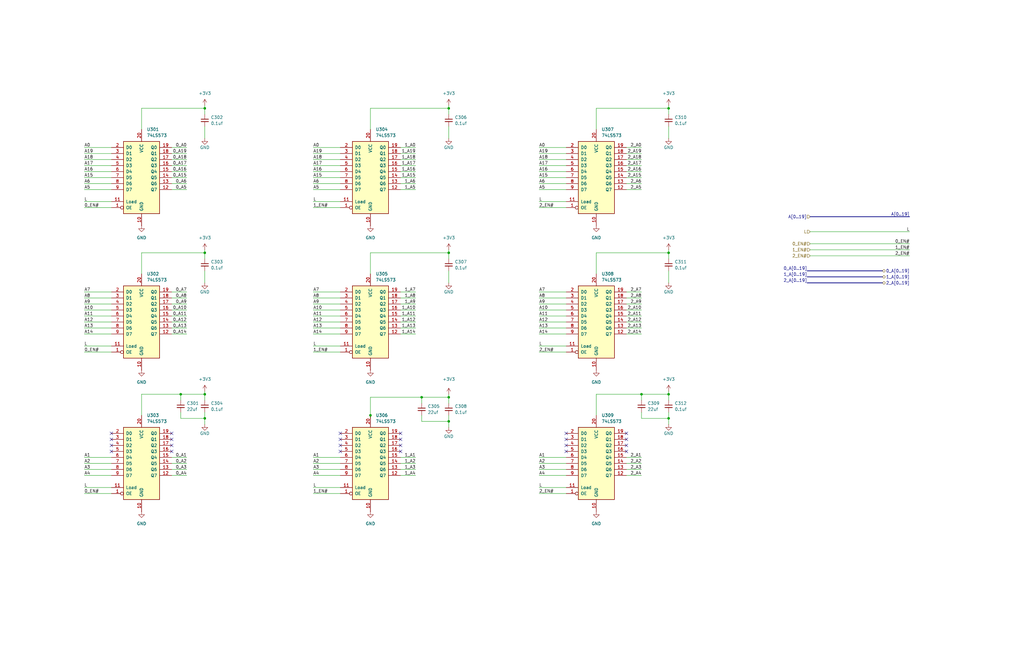
<source format=kicad_sch>
(kicad_sch (version 20231120) (generator "eeschema") (generator_version "8.0")
  (paper "USLedger")
  (lib_symbols
    (symbol "74xx:74LS573" (pin_names (offset 1.016))
      (property "Reference" "U" (at -7.62 16.51 0))
      (property "Value" "74LS573" (at -7.62 -16.51 0))
      (symbol "74LS573_1_0"
        (pin input inverted (at -12.7 -12.7 0) (length 5.08) (name "OE") (number "1"))
        (pin power_in line (at 0 -20.32 90) (length 5.08) (name "GND") (number "10"))
        (pin input line (at -12.7 -10.16 0) (length 5.08) (name "Load") (number "11"))
        (pin tri_state line (at 12.7 -5.08 180) (length 5.08) (name "Q7") (number "12"))
        (pin tri_state line (at 12.7 -2.54 180) (length 5.08) (name "Q6") (number "13"))
        (pin tri_state line (at 12.7 0 180) (length 5.08) (name "Q5") (number "14"))
        (pin tri_state line (at 12.7 2.54 180) (length 5.08) (name "Q4") (number "15"))
        (pin tri_state line (at 12.7 5.08 180) (length 5.08) (name "Q3") (number "16"))
        (pin tri_state line (at 12.7 7.62 180) (length 5.08) (name "Q2") (number "17"))
        (pin tri_state line (at 12.7 10.16 180) (length 5.08) (name "Q1") (number "18"))
        (pin tri_state line (at 12.7 12.7 180) (length 5.08) (name "Q0") (number "19"))
        (pin input line (at -12.7 12.7 0) (length 5.08) (name "D0") (number "2"))
        (pin power_in line (at 0 20.32 270) (length 5.08) (name "VCC") (number "20"))
        (pin input line (at -12.7 10.16 0) (length 5.08) (name "D1") (number "3"))
        (pin input line (at -12.7 7.62 0) (length 5.08) (name "D2") (number "4"))
        (pin input line (at -12.7 5.08 0) (length 5.08) (name "D3") (number "5"))
        (pin input line (at -12.7 2.54 0) (length 5.08) (name "D4") (number "6"))
        (pin input line (at -12.7 0 0) (length 5.08) (name "D5") (number "7"))
        (pin input line (at -12.7 -2.54 0) (length 5.08) (name "D6") (number "8"))
        (pin input line (at -12.7 -5.08 0) (length 5.08) (name "D7") (number "9"))
      )
      (symbol "74LS573_1_1"
        (rectangle (start -7.62 15.24) (end 7.62 -15.24) (stroke (width 0.254)) (fill (type background)))
      )
    )
    (symbol "Device:C_Small" (pin_numbers hide) (pin_names (offset 0.254) hide)
      (property "Reference" "C" (at 0.254 1.778 0))
      (property "Value" "C_Small" (at 0.254 -2.032 0))
      (symbol "C_Small_0_1"
        (polyline (pts (xy -1.524 -0.508) (xy 1.524 -0.508)) (stroke (width 0.3302)))
        (polyline (pts (xy -1.524 0.508) (xy 1.524 0.508)) (stroke (width 0.3048)))
      )
      (symbol "C_Small_1_1"
        (pin passive line (at 0 2.54 270) (length 2.032) (name "~") (number "1"))
        (pin passive line (at 0 -2.54 90) (length 2.032) (name "~") (number "2"))
      )
    )
    (symbol "power:+3V3" (power) (pin_numbers hide) (pin_names (offset 0) hide)
      (property "Value" "+3V3" (at 0 3.556 0))
      (symbol "+3V3_0_1"
        (polyline (pts (xy -0.762 1.27) (xy 0 2.54)))
        (polyline (pts (xy 0 0) (xy 0 2.54)))
        (polyline (pts (xy 0 2.54) (xy 0.762 1.27)))
      )
      (symbol "+3V3_1_1"
        (pin power_in line (at 0 0 90) (length 0) (name "~") (number "1"))
      )
    )
    (symbol "power:GND" (power) (pin_numbers hide) (pin_names (offset 0) hide)
      (property "Value" "GND" (at 0 -3.81 0))
      (symbol "GND_0_1"
        (polyline (pts (xy 0 0) (xy 0 -1.27) (xy 1.27 -1.27) (xy 0 -2.54) (xy -1.27 -1.27) (xy 0 -1.27)))
      )
      (symbol "GND_1_1"
        (pin power_in line (at 0 0 270) (length 0) (name "~") (number "1"))
      )
    )
  )
  (junction (at 86.36 45.72))
  (junction (at 281.94 106.68))
  (junction (at 86.36 166.37))
  (junction (at 281.94 166.37))
  (junction (at 86.36 176.53))
  (junction (at 281.94 176.53))
  (junction (at 86.36 106.68))
  (junction (at 189.23 45.72))
  (junction (at 177.8 167.64))
  (junction (at 189.23 167.64))
  (junction (at 76.2 166.37))
  (junction (at 156.21 175.26))
  (junction (at 189.23 177.8))
  (junction (at 270.51 166.37))
  (junction (at 281.94 45.72))
  (junction (at 189.23 106.68))
  (no_connect (at 72.39 185.42))
  (no_connect (at 46.99 187.96))
  (no_connect (at 46.99 190.5))
  (no_connect (at 238.76 182.88))
  (no_connect (at 143.51 187.96))
  (no_connect (at 46.99 182.88))
  (no_connect (at 46.99 185.42))
  (no_connect (at 238.76 187.96))
  (no_connect (at 143.51 182.88))
  (no_connect (at 168.91 187.96))
  (no_connect (at 238.76 190.5))
  (no_connect (at 264.16 190.5))
  (no_connect (at 264.16 182.88))
  (no_connect (at 72.39 190.5))
  (no_connect (at 264.16 185.42))
  (no_connect (at 264.16 187.96))
  (no_connect (at 143.51 185.42))
  (no_connect (at 72.39 182.88))
  (no_connect (at 72.39 187.96))
  (no_connect (at 168.91 182.88))
  (no_connect (at 168.91 185.42))
  (no_connect (at 168.91 190.5))
  (no_connect (at 238.76 185.42))
  (no_connect (at 143.51 190.5))
  (wire (pts (xy 168.91 200.66) (xy 175.26 200.66)))
  (wire (pts (xy 132.08 200.66) (xy 143.51 200.66)))
  (wire (pts (xy 156.21 45.72) (xy 189.23 45.72)))
  (wire (pts (xy 35.56 138.43) (xy 46.99 138.43)))
  (wire (pts (xy 72.39 135.89) (xy 78.74 135.89)))
  (wire (pts (xy 132.08 130.81) (xy 143.51 130.81)))
  (wire (pts (xy 168.91 62.23) (xy 175.26 62.23)))
  (wire (pts (xy 86.36 45.72) (xy 86.36 48.26)))
  (wire (pts (xy 227.33 146.05) (xy 238.76 146.05)))
  (wire (pts (xy 72.39 138.43) (xy 78.74 138.43)))
  (wire (pts (xy 156.21 54.61) (xy 156.21 45.72)))
  (wire (pts (xy 227.33 135.89) (xy 238.76 135.89)))
  (wire (pts (xy 168.91 195.58) (xy 175.26 195.58)))
  (wire (pts (xy 189.23 53.34) (xy 189.23 58.42)))
  (wire (pts (xy 264.16 80.01) (xy 270.51 80.01)))
  (wire (pts (xy 189.23 167.64) (xy 189.23 170.18)))
  (wire (pts (xy 264.16 62.23) (xy 270.51 62.23)))
  (wire (pts (xy 227.33 62.23) (xy 238.76 62.23)))
  (wire (pts (xy 72.39 133.35) (xy 78.74 133.35)))
  (wire (pts (xy 132.08 205.74) (xy 143.51 205.74)))
  (wire (pts (xy 72.39 200.66) (xy 78.74 200.66)))
  (bus (pts (xy 340.36 119.38) (xy 372.11 119.38)))
  (bus (pts (xy 340.36 116.84) (xy 372.11 116.84)))
  (wire (pts (xy 264.16 69.85) (xy 270.51 69.85)))
  (wire (pts (xy 86.36 105.41) (xy 86.36 106.68)))
  (wire (pts (xy 227.33 125.73) (xy 238.76 125.73)))
  (wire (pts (xy 264.16 200.66) (xy 270.51 200.66)))
  (wire (pts (xy 270.51 168.91) (xy 270.51 166.37)))
  (wire (pts (xy 76.2 173.99) (xy 76.2 176.53)))
  (wire (pts (xy 251.46 166.37) (xy 270.51 166.37)))
  (wire (pts (xy 132.08 128.27) (xy 143.51 128.27)))
  (wire (pts (xy 86.36 114.3) (xy 86.36 119.38)))
  (wire (pts (xy 227.33 74.93) (xy 238.76 74.93)))
  (wire (pts (xy 264.16 135.89) (xy 270.51 135.89)))
  (wire (pts (xy 132.08 72.39) (xy 143.51 72.39)))
  (wire (pts (xy 35.56 125.73) (xy 46.99 125.73)))
  (wire (pts (xy 189.23 175.26) (xy 189.23 177.8)))
  (wire (pts (xy 72.39 67.31) (xy 78.74 67.31)))
  (wire (pts (xy 281.94 45.72) (xy 281.94 48.26)))
  (wire (pts (xy 59.69 115.57) (xy 59.69 106.68)))
  (wire (pts (xy 264.16 195.58) (xy 270.51 195.58)))
  (wire (pts (xy 35.56 140.97) (xy 46.99 140.97)))
  (wire (pts (xy 132.08 198.12) (xy 143.51 198.12)))
  (wire (pts (xy 132.08 85.09) (xy 143.51 85.09)))
  (wire (pts (xy 86.36 44.45) (xy 86.36 45.72)))
  (wire (pts (xy 264.16 133.35) (xy 270.51 133.35)))
  (wire (pts (xy 72.39 77.47) (xy 78.74 77.47)))
  (wire (pts (xy 227.33 128.27) (xy 238.76 128.27)))
  (wire (pts (xy 168.91 198.12) (xy 175.26 198.12)))
  (wire (pts (xy 264.16 193.04) (xy 270.51 193.04)))
  (wire (pts (xy 264.16 67.31) (xy 270.51 67.31)))
  (wire (pts (xy 168.91 123.19) (xy 175.26 123.19)))
  (wire (pts (xy 72.39 198.12) (xy 78.74 198.12)))
  (wire (pts (xy 177.8 175.26) (xy 177.8 177.8)))
  (wire (pts (xy 264.16 198.12) (xy 270.51 198.12)))
  (wire (pts (xy 189.23 45.72) (xy 189.23 48.26)))
  (wire (pts (xy 35.56 135.89) (xy 46.99 135.89)))
  (wire (pts (xy 59.69 175.26) (xy 59.69 166.37)))
  (wire (pts (xy 341.63 105.41) (xy 383.54 105.41)))
  (wire (pts (xy 168.91 193.04) (xy 175.26 193.04)))
  (wire (pts (xy 35.56 62.23) (xy 46.99 62.23)))
  (wire (pts (xy 86.36 173.99) (xy 86.36 176.53)))
  (wire (pts (xy 227.33 130.81) (xy 238.76 130.81)))
  (wire (pts (xy 35.56 146.05) (xy 46.99 146.05)))
  (wire (pts (xy 281.94 53.34) (xy 281.94 58.42)))
  (wire (pts (xy 35.56 64.77) (xy 46.99 64.77)))
  (wire (pts (xy 72.39 80.01) (xy 78.74 80.01)))
  (wire (pts (xy 227.33 64.77) (xy 238.76 64.77)))
  (wire (pts (xy 168.91 80.01) (xy 175.26 80.01)))
  (wire (pts (xy 251.46 115.57) (xy 251.46 106.68)))
  (wire (pts (xy 264.16 128.27) (xy 270.51 128.27)))
  (wire (pts (xy 227.33 123.19) (xy 238.76 123.19)))
  (wire (pts (xy 35.56 208.28) (xy 46.99 208.28)))
  (wire (pts (xy 264.16 130.81) (xy 270.51 130.81)))
  (wire (pts (xy 270.51 166.37) (xy 281.94 166.37)))
  (wire (pts (xy 156.21 167.64) (xy 177.8 167.64)))
  (wire (pts (xy 227.33 133.35) (xy 238.76 133.35)))
  (wire (pts (xy 35.56 69.85) (xy 46.99 69.85)))
  (wire (pts (xy 59.69 166.37) (xy 76.2 166.37)))
  (wire (pts (xy 341.63 102.87) (xy 383.54 102.87)))
  (wire (pts (xy 132.08 77.47) (xy 143.51 77.47)))
  (wire (pts (xy 168.91 133.35) (xy 175.26 133.35)))
  (wire (pts (xy 168.91 72.39) (xy 175.26 72.39)))
  (wire (pts (xy 281.94 44.45) (xy 281.94 45.72)))
  (wire (pts (xy 35.56 148.59) (xy 46.99 148.59)))
  (wire (pts (xy 189.23 44.45) (xy 189.23 45.72)))
  (wire (pts (xy 227.33 140.97) (xy 238.76 140.97)))
  (wire (pts (xy 168.91 77.47) (xy 175.26 77.47)))
  (wire (pts (xy 264.16 125.73) (xy 270.51 125.73)))
  (wire (pts (xy 132.08 62.23) (xy 143.51 62.23)))
  (wire (pts (xy 341.63 107.95) (xy 383.54 107.95)))
  (wire (pts (xy 76.2 168.91) (xy 76.2 166.37)))
  (wire (pts (xy 189.23 166.37) (xy 189.23 167.64)))
  (wire (pts (xy 132.08 80.01) (xy 143.51 80.01)))
  (wire (pts (xy 189.23 177.8) (xy 189.23 180.34)))
  (wire (pts (xy 177.8 170.18) (xy 177.8 167.64)))
  (wire (pts (xy 189.23 114.3) (xy 189.23 119.38)))
  (wire (pts (xy 76.2 166.37) (xy 86.36 166.37)))
  (wire (pts (xy 156.21 106.68) (xy 189.23 106.68)))
  (wire (pts (xy 168.91 69.85) (xy 175.26 69.85)))
  (wire (pts (xy 35.56 72.39) (xy 46.99 72.39)))
  (wire (pts (xy 227.33 148.59) (xy 238.76 148.59)))
  (wire (pts (xy 281.94 173.99) (xy 281.94 176.53)))
  (wire (pts (xy 132.08 195.58) (xy 143.51 195.58)))
  (wire (pts (xy 281.94 114.3) (xy 281.94 119.38)))
  (wire (pts (xy 86.36 53.34) (xy 86.36 58.42)))
  (bus (pts (xy 340.36 114.3) (xy 372.11 114.3)))
  (wire (pts (xy 132.08 125.73) (xy 143.51 125.73)))
  (wire (pts (xy 72.39 123.19) (xy 78.74 123.19)))
  (wire (pts (xy 177.8 177.8) (xy 189.23 177.8)))
  (wire (pts (xy 251.46 54.61) (xy 251.46 45.72)))
  (wire (pts (xy 35.56 133.35) (xy 46.99 133.35)))
  (wire (pts (xy 132.08 146.05) (xy 143.51 146.05)))
  (wire (pts (xy 264.16 138.43) (xy 270.51 138.43)))
  (wire (pts (xy 264.16 123.19) (xy 270.51 123.19)))
  (wire (pts (xy 59.69 45.72) (xy 86.36 45.72)))
  (wire (pts (xy 168.91 130.81) (xy 175.26 130.81)))
  (wire (pts (xy 59.69 106.68) (xy 86.36 106.68)))
  (wire (pts (xy 132.08 208.28) (xy 143.51 208.28)))
  (wire (pts (xy 72.39 128.27) (xy 78.74 128.27)))
  (wire (pts (xy 72.39 195.58) (xy 78.74 195.58)))
  (wire (pts (xy 35.56 80.01) (xy 46.99 80.01)))
  (wire (pts (xy 72.39 62.23) (xy 78.74 62.23)))
  (wire (pts (xy 227.33 87.63) (xy 238.76 87.63)))
  (wire (pts (xy 264.16 140.97) (xy 270.51 140.97)))
  (wire (pts (xy 132.08 193.04) (xy 143.51 193.04)))
  (wire (pts (xy 35.56 200.66) (xy 46.99 200.66)))
  (wire (pts (xy 189.23 106.68) (xy 189.23 109.22)))
  (wire (pts (xy 168.91 125.73) (xy 175.26 125.73)))
  (wire (pts (xy 168.91 140.97) (xy 175.26 140.97)))
  (wire (pts (xy 35.56 205.74) (xy 46.99 205.74)))
  (wire (pts (xy 72.39 69.85) (xy 78.74 69.85)))
  (wire (pts (xy 86.36 106.68) (xy 86.36 109.22)))
  (wire (pts (xy 177.8 167.64) (xy 189.23 167.64)))
  (wire (pts (xy 132.08 148.59) (xy 143.51 148.59)))
  (wire (pts (xy 156.21 176.53) (xy 156.21 175.26)))
  (wire (pts (xy 35.56 195.58) (xy 46.99 195.58)))
  (wire (pts (xy 341.63 97.79) (xy 383.54 97.79)))
  (wire (pts (xy 168.91 67.31) (xy 175.26 67.31)))
  (wire (pts (xy 251.46 45.72) (xy 281.94 45.72)))
  (wire (pts (xy 72.39 140.97) (xy 78.74 140.97)))
  (wire (pts (xy 132.08 140.97) (xy 143.51 140.97)))
  (wire (pts (xy 35.56 128.27) (xy 46.99 128.27)))
  (wire (pts (xy 251.46 106.68) (xy 281.94 106.68)))
  (wire (pts (xy 227.33 198.12) (xy 238.76 198.12)))
  (wire (pts (xy 227.33 80.01) (xy 238.76 80.01)))
  (wire (pts (xy 227.33 77.47) (xy 238.76 77.47)))
  (wire (pts (xy 264.16 77.47) (xy 270.51 77.47)))
  (wire (pts (xy 227.33 67.31) (xy 238.76 67.31)))
  (wire (pts (xy 35.56 87.63) (xy 46.99 87.63)))
  (wire (pts (xy 132.08 74.93) (xy 143.51 74.93)))
  (wire (pts (xy 72.39 72.39) (xy 78.74 72.39)))
  (wire (pts (xy 227.33 72.39) (xy 238.76 72.39)))
  (wire (pts (xy 270.51 173.99) (xy 270.51 176.53)))
  (wire (pts (xy 264.16 64.77) (xy 270.51 64.77)))
  (wire (pts (xy 132.08 123.19) (xy 143.51 123.19)))
  (wire (pts (xy 227.33 85.09) (xy 238.76 85.09)))
  (wire (pts (xy 168.91 74.93) (xy 175.26 74.93)))
  (wire (pts (xy 35.56 193.04) (xy 46.99 193.04)))
  (wire (pts (xy 264.16 74.93) (xy 270.51 74.93)))
  (wire (pts (xy 281.94 165.1) (xy 281.94 166.37)))
  (wire (pts (xy 132.08 67.31) (xy 143.51 67.31)))
  (wire (pts (xy 35.56 67.31) (xy 46.99 67.31)))
  (wire (pts (xy 86.36 166.37) (xy 86.36 168.91)))
  (wire (pts (xy 35.56 85.09) (xy 46.99 85.09)))
  (wire (pts (xy 227.33 205.74) (xy 238.76 205.74)))
  (wire (pts (xy 132.08 135.89) (xy 143.51 135.89)))
  (wire (pts (xy 132.08 133.35) (xy 143.51 133.35)))
  (wire (pts (xy 168.91 128.27) (xy 175.26 128.27)))
  (wire (pts (xy 59.69 54.61) (xy 59.69 45.72)))
  (wire (pts (xy 72.39 193.04) (xy 78.74 193.04)))
  (wire (pts (xy 168.91 138.43) (xy 175.26 138.43)))
  (wire (pts (xy 72.39 74.93) (xy 78.74 74.93)))
  (wire (pts (xy 72.39 125.73) (xy 78.74 125.73)))
  (wire (pts (xy 132.08 87.63) (xy 143.51 87.63)))
  (wire (pts (xy 35.56 198.12) (xy 46.99 198.12)))
  (wire (pts (xy 189.23 105.41) (xy 189.23 106.68)))
  (wire (pts (xy 227.33 208.28) (xy 238.76 208.28)))
  (bus (pts (xy 383.54 91.44) (xy 341.63 91.44)))
  (wire (pts (xy 86.36 165.1) (xy 86.36 166.37)))
  (wire (pts (xy 281.94 166.37) (xy 281.94 168.91)))
  (wire (pts (xy 281.94 105.41) (xy 281.94 106.68)))
  (wire (pts (xy 76.2 176.53) (xy 86.36 176.53)))
  (wire (pts (xy 35.56 74.93) (xy 46.99 74.93)))
  (wire (pts (xy 227.33 195.58) (xy 238.76 195.58)))
  (wire (pts (xy 227.33 200.66) (xy 238.76 200.66)))
  (wire (pts (xy 72.39 130.81) (xy 78.74 130.81)))
  (wire (pts (xy 281.94 106.68) (xy 281.94 109.22)))
  (wire (pts (xy 35.56 130.81) (xy 46.99 130.81)))
  (wire (pts (xy 168.91 64.77) (xy 175.26 64.77)))
  (wire (pts (xy 132.08 138.43) (xy 143.51 138.43)))
  (wire (pts (xy 156.21 175.26) (xy 156.21 167.64)))
  (wire (pts (xy 264.16 72.39) (xy 270.51 72.39)))
  (wire (pts (xy 156.21 115.57) (xy 156.21 106.68)))
  (wire (pts (xy 270.51 176.53) (xy 281.94 176.53)))
  (wire (pts (xy 132.08 64.77) (xy 143.51 64.77)))
  (wire (pts (xy 35.56 123.19) (xy 46.99 123.19)))
  (wire (pts (xy 251.46 175.26) (xy 251.46 166.37)))
  (wire (pts (xy 227.33 193.04) (xy 238.76 193.04)))
  (wire (pts (xy 86.36 176.53) (xy 86.36 179.07)))
  (wire (pts (xy 281.94 176.53) (xy 281.94 179.07)))
  (wire (pts (xy 227.33 69.85) (xy 238.76 69.85)))
  (wire (pts (xy 72.39 64.77) (xy 78.74 64.77)))
  (wire (pts (xy 227.33 138.43) (xy 238.76 138.43)))
  (wire (pts (xy 168.91 135.89) (xy 175.26 135.89)))
  (wire (pts (xy 35.56 77.47) (xy 46.99 77.47)))
  (wire (pts (xy 132.08 69.85) (xy 143.51 69.85)))
  (label "0_EN#" (at 383.54 102.87 180))
  (label "2_A7" (at 270.51 123.19 180))
  (label "A18" (at 227.33 67.31 0))
  (label "2_A[0..19]" (at 340.36 119.38 180))
  (label "A15" (at 35.56 74.93 0))
  (label "A1" (at 227.33 193.04 0))
  (label "L" (at 227.33 205.74 0))
  (label "A6" (at 227.33 77.47 0))
  (label "1_A6" (at 175.26 77.47 180))
  (label "1_A12" (at 175.26 135.89 180))
  (label "0_A5" (at 78.74 80.01 180))
  (label "A2" (at 35.56 195.58 0))
  (label "2_EN#" (at 227.33 148.59 0))
  (label "2_A1" (at 270.51 193.04 180))
  (label "A15" (at 132.08 74.93 0))
  (label "A1" (at 35.56 193.04 0))
  (label "1_A2" (at 175.26 195.58 180))
  (label "0_A18" (at 78.74 67.31 180))
  (label "0_A2" (at 78.74 195.58 180))
  (label "A11" (at 132.08 133.35 0))
  (label "2_A5" (at 270.51 80.01 180))
  (label "1_A9" (at 175.26 128.27 180))
  (label "2_A18" (at 270.51 67.31 180))
  (label "A4" (at 35.56 200.66 0))
  (label "0_A7" (at 78.74 123.19 180))
  (label "A6" (at 35.56 77.47 0))
  (label "1_EN#" (at 383.54 105.41 180))
  (label "A13" (at 132.08 138.43 0))
  (label "2_A2" (at 270.51 195.58 180))
  (label "1_A16" (at 175.26 72.39 180))
  (label "A12" (at 132.08 135.89 0))
  (label "0_A10" (at 78.74 130.81 180))
  (label "A0" (at 227.33 62.23 0))
  (label "A2" (at 132.08 195.58 0))
  (label "2_A15" (at 270.51 74.93 180))
  (label "A11" (at 35.56 133.35 0))
  (label "1_A1" (at 175.26 193.04 180))
  (label "A10" (at 35.56 130.81 0))
  (label "1_A15" (at 175.26 74.93 180))
  (label "2_A12" (at 270.51 135.89 180))
  (label "2_A3" (at 270.51 198.12 180))
  (label "L" (at 35.56 85.09 0))
  (label "2_EN#" (at 383.54 107.95 180))
  (label "A1" (at 132.08 193.04 0))
  (label "1_A8" (at 175.26 125.73 180))
  (label "A3" (at 227.33 198.12 0))
  (label "1_A3" (at 175.26 198.12 180))
  (label "1_EN#" (at 132.08 208.28 0))
  (label "2_A16" (at 270.51 72.39 180))
  (label "A3" (at 132.08 198.12 0))
  (label "0_A13" (at 78.74 138.43 180))
  (label "A16" (at 132.08 72.39 0))
  (label "L" (at 227.33 85.09 0))
  (label "A7" (at 132.08 123.19 0))
  (label "0_A15" (at 78.74 74.93 180))
  (label "A6" (at 132.08 77.47 0))
  (label "0_A3" (at 78.74 198.12 180))
  (label "A18" (at 35.56 67.31 0))
  (label "A17" (at 132.08 69.85 0))
  (label "A8" (at 35.56 125.73 0))
  (label "0_A8" (at 78.74 125.73 180))
  (label "L" (at 383.54 97.79 180))
  (label "A19" (at 132.08 64.77 0))
  (label "A8" (at 132.08 125.73 0))
  (label "L" (at 227.33 146.05 0))
  (label "A14" (at 132.08 140.97 0))
  (label "0_A19" (at 78.74 64.77 180))
  (label "A4" (at 132.08 200.66 0))
  (label "A9" (at 35.56 128.27 0))
  (label "A3" (at 35.56 198.12 0))
  (label "L" (at 132.08 205.74 0))
  (label "0_A12" (at 78.74 135.89 180))
  (label "1_A14" (at 175.26 140.97 180))
  (label "A15" (at 227.33 74.93 0))
  (label "A16" (at 227.33 72.39 0))
  (label "A10" (at 132.08 130.81 0))
  (label "A5" (at 227.33 80.01 0))
  (label "A14" (at 227.33 140.97 0))
  (label "A2" (at 227.33 195.58 0))
  (label "A18" (at 132.08 67.31 0))
  (label "1_A7" (at 175.26 123.19 180))
  (label "2_A13" (at 270.51 138.43 180))
  (label "1_A0" (at 175.26 62.23 180))
  (label "A16" (at 35.56 72.39 0))
  (label "2_A14" (at 270.51 140.97 180))
  (label "0_A6" (at 78.74 77.47 180))
  (label "A0" (at 132.08 62.23 0))
  (label "A9" (at 227.33 128.27 0))
  (label "0_A11" (at 78.74 133.35 180))
  (label "A13" (at 35.56 138.43 0))
  (label "A17" (at 35.56 69.85 0))
  (label "2_EN#" (at 227.33 87.63 0))
  (label "0_A0" (at 78.74 62.23 180))
  (label "L" (at 132.08 146.05 0))
  (label "2_A6" (at 270.51 77.47 180))
  (label "A9" (at 132.08 128.27 0))
  (label "1_A13" (at 175.26 138.43 180))
  (label "A11" (at 227.33 133.35 0))
  (label "A12" (at 227.33 135.89 0))
  (label "0_A[0..19]" (at 340.36 114.3 180))
  (label "A7" (at 227.33 123.19 0))
  (label "A19" (at 227.33 64.77 0))
  (label "0_A9" (at 78.74 128.27 180))
  (label "2_A0" (at 270.51 62.23 180))
  (label "0_A16" (at 78.74 72.39 180))
  (label "A0" (at 35.56 62.23 0))
  (label "1_A10" (at 175.26 130.81 180))
  (label "1_A4" (at 175.26 200.66 180))
  (label "A12" (at 35.56 135.89 0))
  (label "A5" (at 35.56 80.01 0))
  (label "1_A[0..19]" (at 340.36 116.84 180))
  (label "2_A11" (at 270.51 133.35 180))
  (label "L" (at 132.08 85.09 0))
  (label "L" (at 35.56 146.05 0))
  (label "A5" (at 132.08 80.01 0))
  (label "1_A19" (at 175.26 64.77 180))
  (label "2_A4" (at 270.51 200.66 180))
  (label "L" (at 35.56 205.74 0))
  (label "A17" (at 227.33 69.85 0))
  (label "1_EN#" (at 132.08 148.59 0))
  (label "2_A9" (at 270.51 128.27 180))
  (label "1_A11" (at 175.26 133.35 180))
  (label "A10" (at 227.33 130.81 0))
  (label "2_A8" (at 270.51 125.73 180))
  (label "0_A17" (at 78.74 69.85 180))
  (label "A19" (at 35.56 64.77 0))
  (label "2_A19" (at 270.51 64.77 180))
  (label "0_A1" (at 78.74 193.04 180))
  (label "0_EN#" (at 35.56 148.59 0))
  (label "2_EN#" (at 227.33 208.28 0))
  (label "2_A17" (at 270.51 69.85 180))
  (label "A13" (at 227.33 138.43 0))
  (label "0_A4" (at 78.74 200.66 180))
  (label "1_EN#" (at 132.08 87.63 0))
  (label "0_EN#" (at 35.56 208.28 0))
  (label "0_A14" (at 78.74 140.97 180))
  (label "A7" (at 35.56 123.19 0))
  (label "1_A17" (at 175.26 69.85 180))
  (label "2_A10" (at 270.51 130.81 180))
  (label "1_A5" (at 175.26 80.01 180))
  (label "A8" (at 227.33 125.73 0))
  (label "0_EN#" (at 35.56 87.63 0))
  (label "1_A18" (at 175.26 67.31 180))
  (label "A4" (at 227.33 200.66 0))
  (label "A14" (at 35.56 140.97 0))
  (label "A[0..19]" (at 383.54 91.44 180))
  (hierarchical_label "0_EN#" (shape input) (at 341.63 102.87 180))
  (hierarchical_label "1_A[0..19]" (shape tri_state) (at 372.11 116.84 0))
  (hierarchical_label "A[0..19]" (shape input) (at 341.63 91.44 180))
  (hierarchical_label "L" (shape input) (at 341.63 97.79 180))
  (hierarchical_label "1_EN#" (shape input) (at 341.63 105.41 180))
  (hierarchical_label "0_A[0..19]" (shape tri_state) (at 372.11 114.3 0))
  (hierarchical_label "2_EN#" (shape input) (at 341.63 107.95 180))
  (hierarchical_label "2_A[0..19]" (shape tri_state) (at 372.11 119.38 0))
  (symbol (lib_id "power:+3V3") (at 281.94 165.1 0) (unit 1)
    (property "Reference" "#PWR0326" (effects (hide yes)))
    (property "Value" "+3V3" (at 281.94 160.02 0))
    (property "Description" "Power symbol creates a global label with name \"+3V3\"" (effects (hide yes)))
  )
  (symbol (lib_id "power:GND") (at 86.36 179.07 0) (unit 1)
    (property "Reference" "#PWR0309" (effects (hide yes)))
    (property "Value" "GND" (at 86.36 182.88 0))
    (property "Description" "Power symbol creates a global label with name \"GND\" , ground" (effects (hide yes)))
  )
  (symbol (lib_id "power:GND") (at 86.36 119.38 0) (unit 1)
    (property "Reference" "#PWR0307" (effects (hide yes)))
    (property "Value" "GND" (at 86.36 123.19 0))
    (property "Description" "Power symbol creates a global label with name \"GND\" , ground" (effects (hide yes)))
  )
  (symbol (lib_id "power:GND") (at 156.21 95.25 0) (unit 1)
    (property "Reference" "#PWR0310" (effects (hide yes)))
    (property "Value" "GND" (at 156.21 100.33 0))
    (property "Description" "Power symbol creates a global label with name \"GND\" , ground" (effects (hide yes)))
  )
  (symbol (lib_id "Device:C_Small") (at 86.36 171.45 0) (unit 1)
    (property "Reference" "C304" (at 88.9 170.1862 0) (effects (justify left)))
    (property "Value" "0.1uf" (at 88.9 172.7262 0) (effects (justify left)))
    (property "Footprint" "Capacitor_SMD:C_0402_1005Metric" (effects (hide yes)))
    (property "Description" "Unpolarized capacitor, small symbol" (effects (hide yes)))
    (property "LCSC Part #" "C1525" (effects (hide yes)))
    (property "Digi-Key Part Number" "490-6328-1-ND" (effects (hide yes)))
  )
  (symbol (lib_id "74xx:74LS573") (at 59.69 135.89 0) (unit 1)
    (property "Reference" "U302" (at 61.8841 115.57 0) (effects (justify left)))
    (property "Value" "74LS573" (at 61.8841 118.11 0) (effects (justify left)))
    (property "Footprint" "Package_SO:SSOP-20_4.4x6.5mm_P0.65mm" (effects (hide yes)))
    (property "Datasheet" "74xx/74hc573.pdf" (effects (hide yes)))
    (property "Description" "8-bit Latch 3-state outputs" (effects (hide yes)))
    (property "LCSC Part #" "C7194124" (effects (hide yes)))
  )
  (symbol (lib_id "power:+3V3") (at 281.94 105.41 0) (unit 1)
    (property "Reference" "#PWR0324" (effects (hide yes)))
    (property "Value" "+3V3" (at 281.94 100.33 0))
    (property "Description" "Power symbol creates a global label with name \"+3V3\"" (effects (hide yes)))
  )
  (symbol (lib_id "Device:C_Small") (at 189.23 111.76 0) (unit 1)
    (property "Reference" "C307" (at 191.77 110.4962 0) (effects (justify left)))
    (property "Value" "0.1uf" (at 191.77 113.0362 0) (effects (justify left)))
    (property "Footprint" "Capacitor_SMD:C_0402_1005Metric" (effects (hide yes)))
    (property "Description" "Unpolarized capacitor, small symbol" (effects (hide yes)))
    (property "LCSC Part #" "C1525" (effects (hide yes)))
    (property "Digi-Key Part Number" "490-6328-1-ND" (effects (hide yes)))
  )
  (symbol (lib_id "power:GND") (at 59.69 95.25 0) (unit 1)
    (property "Reference" "#PWR0301" (effects (hide yes)))
    (property "Value" "GND" (at 59.69 100.33 0))
    (property "Description" "Power symbol creates a global label with name \"GND\" , ground" (effects (hide yes)))
  )
  (symbol (lib_id "Device:C_Small") (at 177.8 172.72 0) (unit 1)
    (property "Reference" "C305" (at 180.34 171.4562 0) (effects (justify left)))
    (property "Value" "22uf" (at 180.34 173.9962 0) (effects (justify left)))
    (property "Footprint" "Capacitor_SMD:C_0603_1608Metric" (effects (hide yes)))
    (property "Description" "Unpolarized capacitor, small symbol" (effects (hide yes)))
    (property "LCSC Part #" "C59461" (effects (hide yes)))
    (property "Digi-Key Part Number" "490-7611-1-ND" (effects (hide yes)))
  )
  (symbol (lib_id "74xx:74LS573") (at 251.46 195.58 0) (unit 1)
    (property "Reference" "U309" (at 253.6541 175.26 0) (effects (justify left)))
    (property "Value" "74LS573" (at 253.6541 177.8 0) (effects (justify left)))
    (property "Footprint" "Package_SO:SSOP-20_4.4x6.5mm_P0.65mm" (effects (hide yes)))
    (property "Datasheet" "74xx/74hc573.pdf" (effects (hide yes)))
    (property "Description" "8-bit Latch 3-state outputs" (effects (hide yes)))
    (property "LCSC Part #" "C7194124" (effects (hide yes)))
  )
  (symbol (lib_id "74xx:74LS573") (at 156.21 135.89 0) (unit 1)
    (property "Reference" "U305" (at 158.4041 115.57 0) (effects (justify left)))
    (property "Value" "74LS573" (at 158.4041 118.11 0) (effects (justify left)))
    (property "Footprint" "Package_SO:SSOP-20_4.4x6.5mm_P0.65mm" (effects (hide yes)))
    (property "Datasheet" "74xx/74hc573.pdf" (effects (hide yes)))
    (property "Description" "8-bit Latch 3-state outputs" (effects (hide yes)))
    (property "LCSC Part #" "C7194124" (effects (hide yes)))
  )
  (symbol (lib_id "74xx:74LS573") (at 251.46 135.89 0) (unit 1)
    (property "Reference" "U308" (at 253.6541 115.57 0) (effects (justify left)))
    (property "Value" "74LS573" (at 253.6541 118.11 0) (effects (justify left)))
    (property "Footprint" "Package_SO:SSOP-20_4.4x6.5mm_P0.65mm" (effects (hide yes)))
    (property "Datasheet" "74xx/74hc573.pdf" (effects (hide yes)))
    (property "Description" "8-bit Latch 3-state outputs" (effects (hide yes)))
    (property "LCSC Part #" "C7194124" (effects (hide yes)))
  )
  (symbol (lib_id "74xx:74LS573") (at 251.46 74.93 0) (unit 1)
    (property "Reference" "U307" (at 253.6541 54.61 0) (effects (justify left)))
    (property "Value" "74LS573" (at 253.6541 57.15 0) (effects (justify left)))
    (property "Footprint" "Package_SO:SSOP-20_4.4x6.5mm_P0.65mm" (effects (hide yes)))
    (property "Datasheet" "74xx/74hc573.pdf" (effects (hide yes)))
    (property "Description" "8-bit Latch 3-state outputs" (effects (hide yes)))
    (property "LCSC Part #" "C7194124" (effects (hide yes)))
  )
  (symbol (lib_id "power:+3V3") (at 189.23 105.41 0) (unit 1)
    (property "Reference" "#PWR0315" (effects (hide yes)))
    (property "Value" "+3V3" (at 189.23 100.33 0))
    (property "Description" "Power symbol creates a global label with name \"+3V3\"" (effects (hide yes)))
  )
  (symbol (lib_id "Device:C_Small") (at 76.2 171.45 0) (unit 1)
    (property "Reference" "C301" (at 78.74 170.1862 0) (effects (justify left)))
    (property "Value" "22uf" (at 78.74 172.7262 0) (effects (justify left)))
    (property "Footprint" "Capacitor_SMD:C_0603_1608Metric" (effects (hide yes)))
    (property "Description" "Unpolarized capacitor, small symbol" (effects (hide yes)))
    (property "LCSC Part #" "C59461" (effects (hide yes)))
    (property "Digi-Key Part Number" "490-7611-1-ND" (effects (hide yes)))
  )
  (symbol (lib_id "Device:C_Small") (at 270.51 171.45 0) (unit 1)
    (property "Reference" "C309" (at 273.05 170.1862 0) (effects (justify left)))
    (property "Value" "22uf" (at 273.05 172.7262 0) (effects (justify left)))
    (property "Footprint" "Capacitor_SMD:C_0603_1608Metric" (effects (hide yes)))
    (property "Description" "Unpolarized capacitor, small symbol" (effects (hide yes)))
    (property "LCSC Part #" "C59461" (effects (hide yes)))
    (property "Digi-Key Part Number" "490-7611-1-ND" (effects (hide yes)))
  )
  (symbol (lib_id "74xx:74LS573") (at 59.69 74.93 0) (unit 1)
    (property "Reference" "U301" (at 61.8841 54.61 0) (effects (justify left)))
    (property "Value" "74LS573" (at 61.8841 57.15 0) (effects (justify left)))
    (property "Footprint" "Package_SO:SSOP-20_4.4x6.5mm_P0.65mm" (effects (hide yes)))
    (property "Datasheet" "74xx/74hc573.pdf" (effects (hide yes)))
    (property "Description" "8-bit Latch 3-state outputs" (effects (hide yes)))
    (property "LCSC Part #" "C7194124" (effects (hide yes)))
  )
  (symbol (lib_id "74xx:74LS573") (at 156.21 74.93 0) (unit 1)
    (property "Reference" "U304" (at 158.4041 54.61 0) (effects (justify left)))
    (property "Value" "74LS573" (at 158.4041 57.15 0) (effects (justify left)))
    (property "Footprint" "Package_SO:SSOP-20_4.4x6.5mm_P0.65mm" (effects (hide yes)))
    (property "Datasheet" "74xx/74hc573.pdf" (effects (hide yes)))
    (property "Description" "8-bit Latch 3-state outputs" (effects (hide yes)))
    (property "LCSC Part #" "C7194124" (effects (hide yes)))
  )
  (symbol (lib_id "power:+3V3") (at 86.36 165.1 0) (unit 1)
    (property "Reference" "#PWR0308" (effects (hide yes)))
    (property "Value" "+3V3" (at 86.36 160.02 0))
    (property "Description" "Power symbol creates a global label with name \"+3V3\"" (effects (hide yes)))
  )
  (symbol (lib_id "power:GND") (at 156.21 215.9 0) (unit 1)
    (property "Reference" "#PWR0312" (effects (hide yes)))
    (property "Value" "GND" (at 156.21 220.98 0))
    (property "Description" "Power symbol creates a global label with name \"GND\" , ground" (effects (hide yes)))
  )
  (symbol (lib_id "power:GND") (at 156.21 156.21 0) (unit 1)
    (property "Reference" "#PWR0311" (effects (hide yes)))
    (property "Value" "GND" (at 156.21 161.29 0))
    (property "Description" "Power symbol creates a global label with name \"GND\" , ground" (effects (hide yes)))
  )
  (symbol (lib_id "Device:C_Small") (at 281.94 111.76 0) (unit 1)
    (property "Reference" "C311" (at 284.48 110.4962 0) (effects (justify left)))
    (property "Value" "0.1uf" (at 284.48 113.0362 0) (effects (justify left)))
    (property "Footprint" "Capacitor_SMD:C_0402_1005Metric" (effects (hide yes)))
    (property "Description" "Unpolarized capacitor, small symbol" (effects (hide yes)))
    (property "LCSC Part #" "C1525" (effects (hide yes)))
    (property "Digi-Key Part Number" "490-6328-1-ND" (effects (hide yes)))
  )
  (symbol (lib_id "Device:C_Small") (at 281.94 50.8 0) (unit 1)
    (property "Reference" "C310" (at 284.48 49.5362 0) (effects (justify left)))
    (property "Value" "0.1uf" (at 284.48 52.0762 0) (effects (justify left)))
    (property "Footprint" "Capacitor_SMD:C_0402_1005Metric" (effects (hide yes)))
    (property "Description" "Unpolarized capacitor, small symbol" (effects (hide yes)))
    (property "LCSC Part #" "C1525" (effects (hide yes)))
    (property "Digi-Key Part Number" "490-6328-1-ND" (effects (hide yes)))
  )
  (symbol (lib_id "power:GND") (at 189.23 119.38 0) (unit 1)
    (property "Reference" "#PWR0316" (effects (hide yes)))
    (property "Value" "GND" (at 189.23 123.19 0))
    (property "Description" "Power symbol creates a global label with name \"GND\" , ground" (effects (hide yes)))
  )
  (symbol (lib_id "Device:C_Small") (at 189.23 50.8 0) (unit 1)
    (property "Reference" "C306" (at 191.77 49.5362 0) (effects (justify left)))
    (property "Value" "0.1uf" (at 191.77 52.0762 0) (effects (justify left)))
    (property "Footprint" "Capacitor_SMD:C_0402_1005Metric" (effects (hide yes)))
    (property "Description" "Unpolarized capacitor, small symbol" (effects (hide yes)))
    (property "LCSC Part #" "C1525" (effects (hide yes)))
    (property "Digi-Key Part Number" "490-6328-1-ND" (effects (hide yes)))
  )
  (symbol (lib_id "74xx:74LS573") (at 59.69 195.58 0) (unit 1)
    (property "Reference" "U303" (at 61.8841 175.26 0) (effects (justify left)))
    (property "Value" "74LS573" (at 61.8841 177.8 0) (effects (justify left)))
    (property "Footprint" "Package_SO:SSOP-20_4.4x6.5mm_P0.65mm" (effects (hide yes)))
    (property "Datasheet" "74xx/74hc573.pdf" (effects (hide yes)))
    (property "Description" "8-bit Latch 3-state outputs" (effects (hide yes)))
    (property "LCSC Part #" "C7194124" (effects (hide yes)))
  )
  (symbol (lib_id "Device:C_Small") (at 281.94 171.45 0) (unit 1)
    (property "Reference" "C312" (at 284.48 170.1862 0) (effects (justify left)))
    (property "Value" "0.1uf" (at 284.48 172.7262 0) (effects (justify left)))
    (property "Footprint" "Capacitor_SMD:C_0402_1005Metric" (effects (hide yes)))
    (property "Description" "Unpolarized capacitor, small symbol" (effects (hide yes)))
    (property "LCSC Part #" "C1525" (effects (hide yes)))
    (property "Digi-Key Part Number" "490-6328-1-ND" (effects (hide yes)))
  )
  (symbol (lib_id "Device:C_Small") (at 86.36 111.76 0) (unit 1)
    (property "Reference" "C303" (at 88.9 110.4962 0) (effects (justify left)))
    (property "Value" "0.1uf" (at 88.9 113.0362 0) (effects (justify left)))
    (property "Footprint" "Capacitor_SMD:C_0402_1005Metric" (effects (hide yes)))
    (property "Description" "Unpolarized capacitor, small symbol" (effects (hide yes)))
    (property "LCSC Part #" "C1525" (effects (hide yes)))
    (property "Digi-Key Part Number" "490-6328-1-ND" (effects (hide yes)))
  )
  (symbol (lib_id "power:GND") (at 281.94 119.38 0) (unit 1)
    (property "Reference" "#PWR0325" (effects (hide yes)))
    (property "Value" "GND" (at 281.94 123.19 0))
    (property "Description" "Power symbol creates a global label with name \"GND\" , ground" (effects (hide yes)))
  )
  (symbol (lib_id "power:GND") (at 281.94 58.42 0) (unit 1)
    (property "Reference" "#PWR0323" (effects (hide yes)))
    (property "Value" "GND" (at 281.94 62.23 0))
    (property "Description" "Power symbol creates a global label with name \"GND\" , ground" (effects (hide yes)))
  )
  (symbol (lib_id "power:+3V3") (at 86.36 105.41 0) (unit 1)
    (property "Reference" "#PWR0306" (effects (hide yes)))
    (property "Value" "+3V3" (at 86.36 100.33 0))
    (property "Description" "Power symbol creates a global label with name \"+3V3\"" (effects (hide yes)))
  )
  (symbol (lib_id "power:GND") (at 281.94 179.07 0) (unit 1)
    (property "Reference" "#PWR0327" (effects (hide yes)))
    (property "Value" "GND" (at 281.94 182.88 0))
    (property "Description" "Power symbol creates a global label with name \"GND\" , ground" (effects (hide yes)))
  )
  (symbol (lib_id "74xx:74LS573") (at 156.21 195.58 0) (unit 1)
    (property "Reference" "U306" (at 158.4041 175.26 0) (effects (justify left)))
    (property "Value" "74LS573" (at 158.4041 177.8 0) (effects (justify left)))
    (property "Footprint" "Package_SO:SSOP-20_4.4x6.5mm_P0.65mm" (effects (hide yes)))
    (property "Datasheet" "74xx/74hc573.pdf" (effects (hide yes)))
    (property "Description" "8-bit Latch 3-state outputs" (effects (hide yes)))
    (property "LCSC Part #" "C7194124" (effects (hide yes)))
  )
  (symbol (lib_id "power:GND") (at 251.46 95.25 0) (unit 1)
    (property "Reference" "#PWR0319" (effects (hide yes)))
    (property "Value" "GND" (at 251.46 100.33 0))
    (property "Description" "Power symbol creates a global label with name \"GND\" , ground" (effects (hide yes)))
  )
  (symbol (lib_id "power:GND") (at 251.46 156.21 0) (unit 1)
    (property "Reference" "#PWR0320" (effects (hide yes)))
    (property "Value" "GND" (at 251.46 161.29 0))
    (property "Description" "Power symbol creates a global label with name \"GND\" , ground" (effects (hide yes)))
  )
  (symbol (lib_id "Device:C_Small") (at 189.23 172.72 0) (unit 1)
    (property "Reference" "C308" (at 191.77 171.4562 0) (effects (justify left)))
    (property "Value" "0.1uf" (at 191.77 173.9962 0) (effects (justify left)))
    (property "Footprint" "Capacitor_SMD:C_0402_1005Metric" (effects (hide yes)))
    (property "Description" "Unpolarized capacitor, small symbol" (effects (hide yes)))
    (property "LCSC Part #" "C1525" (effects (hide yes)))
    (property "Digi-Key Part Number" "490-6328-1-ND" (effects (hide yes)))
  )
  (symbol (lib_id "power:GND") (at 86.36 58.42 0) (unit 1)
    (property "Reference" "#PWR0305" (effects (hide yes)))
    (property "Value" "GND" (at 86.36 62.23 0))
    (property "Description" "Power symbol creates a global label with name \"GND\" , ground" (effects (hide yes)))
  )
  (symbol (lib_id "power:GND") (at 189.23 180.34 0) (unit 1)
    (property "Reference" "#PWR0318" (effects (hide yes)))
    (property "Value" "GND" (at 189.23 184.15 0))
    (property "Description" "Power symbol creates a global label with name \"GND\" , ground" (effects (hide yes)))
  )
  (symbol (lib_id "power:GND") (at 189.23 58.42 0) (unit 1)
    (property "Reference" "#PWR0314" (effects (hide yes)))
    (property "Value" "GND" (at 189.23 62.23 0))
    (property "Description" "Power symbol creates a global label with name \"GND\" , ground" (effects (hide yes)))
  )
  (symbol (lib_id "power:+3V3") (at 86.36 44.45 0) (unit 1)
    (property "Reference" "#PWR0304" (effects (hide yes)))
    (property "Value" "+3V3" (at 86.36 39.37 0))
    (property "Description" "Power symbol creates a global label with name \"+3V3\"" (effects (hide yes)))
  )
  (symbol (lib_id "Device:C_Small") (at 86.36 50.8 0) (unit 1)
    (property "Reference" "C302" (at 88.9 49.5362 0) (effects (justify left)))
    (property "Value" "0.1uf" (at 88.9 52.0762 0) (effects (justify left)))
    (property "Footprint" "Capacitor_SMD:C_0402_1005Metric" (effects (hide yes)))
    (property "Description" "Unpolarized capacitor, small symbol" (effects (hide yes)))
    (property "LCSC Part #" "C1525" (effects (hide yes)))
    (property "Digi-Key Part Number" "490-6328-1-ND" (effects (hide yes)))
  )
  (symbol (lib_id "power:+3V3") (at 189.23 166.37 0) (unit 1)
    (property "Reference" "#PWR0317" (effects (hide yes)))
    (property "Value" "+3V3" (at 189.23 160.02 0))
    (property "Description" "Power symbol creates a global label with name \"+3V3\"" (effects (hide yes)))
  )
  (symbol (lib_id "power:+3V3") (at 189.23 44.45 0) (unit 1)
    (property "Reference" "#PWR0313" (effects (hide yes)))
    (property "Value" "+3V3" (at 189.23 39.37 0))
    (property "Description" "Power symbol creates a global label with name \"+3V3\"" (effects (hide yes)))
  )
  (symbol (lib_id "power:GND") (at 59.69 215.9 0) (unit 1)
    (property "Reference" "#PWR0303" (effects (hide yes)))
    (property "Value" "GND" (at 59.69 220.98 0))
    (property "Description" "Power symbol creates a global label with name \"GND\" , ground" (effects (hide yes)))
  )
  (symbol (lib_id "power:GND") (at 251.46 215.9 0) (unit 1)
    (property "Reference" "#PWR0321" (effects (hide yes)))
    (property "Value" "GND" (at 251.46 220.98 0))
    (property "Description" "Power symbol creates a global label with name \"GND\" , ground" (effects (hide yes)))
  )
  (symbol (lib_id "power:+3V3") (at 281.94 44.45 0) (unit 1)
    (property "Reference" "#PWR0322" (effects (hide yes)))
    (property "Value" "+3V3" (at 281.94 39.37 0))
    (property "Description" "Power symbol creates a global label with name \"+3V3\"" (effects (hide yes)))
  )
  (symbol (lib_id "power:GND") (at 59.69 156.21 0) (unit 1)
    (property "Reference" "#PWR0302" (effects (hide yes)))
    (property "Value" "GND" (at 59.69 161.29 0))
    (property "Description" "Power symbol creates a global label with name \"GND\" , ground" (effects (hide yes)))
  )
)
</source>
